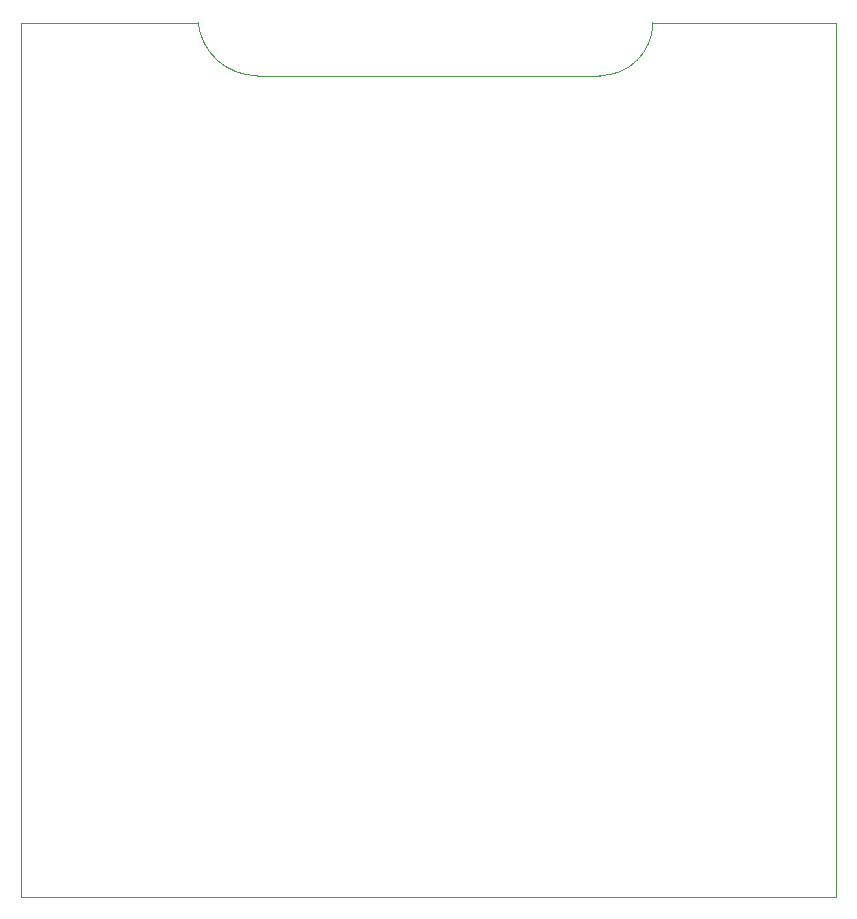
<source format=gbr>
%TF.GenerationSoftware,KiCad,Pcbnew,(6.0.9-0)*%
%TF.CreationDate,2022-11-17T19:03:50+01:00*%
%TF.ProjectId,shield,73686965-6c64-42e6-9b69-6361645f7063,1*%
%TF.SameCoordinates,PX3a2c940PY82a7440*%
%TF.FileFunction,Profile,NP*%
%FSLAX46Y46*%
G04 Gerber Fmt 4.6, Leading zero omitted, Abs format (unit mm)*
G04 Created by KiCad (PCBNEW (6.0.9-0)) date 2022-11-17 19:03:50*
%MOMM*%
%LPD*%
G01*
G04 APERTURE LIST*
%TA.AperFunction,Profile*%
%ADD10C,0.100000*%
%TD*%
G04 APERTURE END LIST*
D10*
X69000000Y74000000D02*
X53500000Y74000000D01*
X0Y0D02*
X69000000Y0D01*
X49000000Y69500000D02*
G75*
G03*
X53500000Y74000000I0J4500000D01*
G01*
X0Y74000000D02*
X15000000Y74000000D01*
X20000000Y69500000D02*
X49000000Y69500000D01*
X69000000Y0D02*
X69000000Y74000000D01*
X14999980Y73999998D02*
G75*
G03*
X20000000Y69500000I5000020J527802D01*
G01*
X0Y0D02*
X0Y74000000D01*
M02*

</source>
